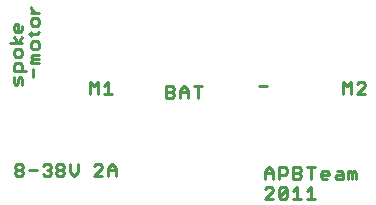
<source format=gto>
G75*
G70*
%OFA0B0*%
%FSLAX24Y24*%
%IPPOS*%
%LPD*%
%AMOC8*
5,1,8,0,0,1.08239X$1,22.5*
%
%ADD10C,0.0100*%
D10*
X001041Y004124D02*
X000974Y004191D01*
X000974Y004258D01*
X001041Y004324D01*
X001174Y004324D01*
X001241Y004258D01*
X001241Y004191D01*
X001174Y004124D01*
X001041Y004124D01*
X001041Y004324D02*
X000974Y004391D01*
X000974Y004458D01*
X001041Y004524D01*
X001174Y004524D01*
X001241Y004458D01*
X001241Y004391D01*
X001174Y004324D01*
X001434Y004324D02*
X001701Y004324D01*
X001895Y004191D02*
X001961Y004124D01*
X002095Y004124D01*
X002162Y004191D01*
X002162Y004258D01*
X002095Y004324D01*
X002028Y004324D01*
X002095Y004324D02*
X002162Y004391D01*
X002162Y004458D01*
X002095Y004524D01*
X001961Y004524D01*
X001895Y004458D01*
X002355Y004458D02*
X002355Y004391D01*
X002422Y004324D01*
X002555Y004324D01*
X002622Y004258D01*
X002622Y004191D01*
X002555Y004124D01*
X002422Y004124D01*
X002355Y004191D01*
X002355Y004258D01*
X002422Y004324D01*
X002555Y004324D02*
X002622Y004391D01*
X002622Y004458D01*
X002555Y004524D01*
X002422Y004524D01*
X002355Y004458D01*
X002816Y004524D02*
X002816Y004258D01*
X002949Y004124D01*
X003082Y004258D01*
X003082Y004524D01*
X003624Y004458D02*
X003691Y004524D01*
X003824Y004524D01*
X003891Y004458D01*
X003891Y004391D01*
X003624Y004124D01*
X003891Y004124D01*
X004084Y004124D02*
X004084Y004391D01*
X004218Y004524D01*
X004351Y004391D01*
X004351Y004124D01*
X004351Y004324D02*
X004084Y004324D01*
X006024Y006724D02*
X006224Y006724D01*
X006291Y006791D01*
X006291Y006858D01*
X006224Y006924D01*
X006024Y006924D01*
X006224Y006924D02*
X006291Y006991D01*
X006291Y007058D01*
X006224Y007124D01*
X006024Y007124D01*
X006024Y006724D01*
X006484Y006724D02*
X006484Y006991D01*
X006618Y007124D01*
X006751Y006991D01*
X006751Y006724D01*
X006751Y006924D02*
X006484Y006924D01*
X006945Y007124D02*
X007212Y007124D01*
X007078Y007124D02*
X007078Y006724D01*
X009124Y007124D02*
X009391Y007124D01*
X011924Y007274D02*
X011924Y006874D01*
X012191Y006874D02*
X012191Y007274D01*
X012058Y007141D01*
X011924Y007274D01*
X012384Y007208D02*
X012451Y007274D01*
X012585Y007274D01*
X012651Y007208D01*
X012651Y007141D01*
X012384Y006874D01*
X012651Y006874D01*
X010972Y004424D02*
X010705Y004424D01*
X010839Y004424D02*
X010839Y004024D01*
X010839Y003774D02*
X010839Y003374D01*
X010972Y003374D02*
X010705Y003374D01*
X010512Y003374D02*
X010245Y003374D01*
X010378Y003374D02*
X010378Y003774D01*
X010245Y003641D01*
X010051Y003708D02*
X009784Y003441D01*
X009851Y003374D01*
X009985Y003374D01*
X010051Y003441D01*
X010051Y003708D01*
X009985Y003774D01*
X009851Y003774D01*
X009784Y003708D01*
X009784Y003441D01*
X009591Y003374D02*
X009324Y003374D01*
X009591Y003641D01*
X009591Y003708D01*
X009524Y003774D01*
X009391Y003774D01*
X009324Y003708D01*
X009324Y004024D02*
X009324Y004291D01*
X009458Y004424D01*
X009591Y004291D01*
X009591Y004024D01*
X009784Y004024D02*
X009784Y004424D01*
X009985Y004424D01*
X010051Y004358D01*
X010051Y004224D01*
X009985Y004158D01*
X009784Y004158D01*
X009591Y004224D02*
X009324Y004224D01*
X010245Y004224D02*
X010445Y004224D01*
X010512Y004158D01*
X010512Y004091D01*
X010445Y004024D01*
X010245Y004024D01*
X010245Y004424D01*
X010445Y004424D01*
X010512Y004358D01*
X010512Y004291D01*
X010445Y004224D01*
X010839Y003774D02*
X010705Y003641D01*
X011166Y004091D02*
X011232Y004024D01*
X011366Y004024D01*
X011432Y004158D02*
X011166Y004158D01*
X011166Y004224D02*
X011166Y004091D01*
X011166Y004224D02*
X011232Y004291D01*
X011366Y004291D01*
X011432Y004224D01*
X011432Y004158D01*
X011626Y004091D02*
X011693Y004024D01*
X011893Y004024D01*
X011893Y004224D01*
X011826Y004291D01*
X011693Y004291D01*
X011693Y004158D02*
X011893Y004158D01*
X011693Y004158D02*
X011626Y004091D01*
X012086Y004024D02*
X012086Y004291D01*
X012153Y004291D01*
X012220Y004224D01*
X012286Y004291D01*
X012353Y004224D01*
X012353Y004024D01*
X012220Y004024D02*
X012220Y004224D01*
X004201Y006874D02*
X003934Y006874D01*
X004068Y006874D02*
X004068Y007274D01*
X003934Y007141D01*
X003741Y007274D02*
X003608Y007141D01*
X003474Y007274D01*
X003474Y006874D01*
X003741Y006874D02*
X003741Y007274D01*
X001774Y007884D02*
X001507Y007884D01*
X001507Y007951D01*
X001574Y008018D01*
X001507Y008085D01*
X001574Y008151D01*
X001774Y008151D01*
X001707Y008345D02*
X001774Y008411D01*
X001774Y008545D01*
X001707Y008612D01*
X001574Y008612D01*
X001507Y008545D01*
X001507Y008411D01*
X001574Y008345D01*
X001707Y008345D01*
X001774Y008018D02*
X001574Y008018D01*
X001574Y007691D02*
X001574Y007424D01*
X001358Y007634D02*
X000957Y007634D01*
X000957Y007835D01*
X001024Y007901D01*
X001157Y007901D01*
X001224Y007835D01*
X001224Y007634D01*
X001157Y007441D02*
X001091Y007374D01*
X001091Y007241D01*
X001024Y007174D01*
X000957Y007241D01*
X000957Y007441D01*
X001157Y007441D02*
X001224Y007374D01*
X001224Y007174D01*
X001157Y008095D02*
X001024Y008095D01*
X000957Y008161D01*
X000957Y008295D01*
X001024Y008362D01*
X001157Y008362D01*
X001224Y008295D01*
X001224Y008161D01*
X001157Y008095D01*
X001091Y008555D02*
X000957Y008755D01*
X001091Y008555D02*
X001224Y008755D01*
X001157Y008939D02*
X001024Y008939D01*
X000957Y009005D01*
X000957Y009139D01*
X001024Y009206D01*
X001091Y009206D01*
X001091Y008939D01*
X001157Y008939D02*
X001224Y009005D01*
X001224Y009139D01*
X001507Y009179D02*
X001507Y009312D01*
X001574Y009379D01*
X001707Y009379D01*
X001774Y009312D01*
X001774Y009179D01*
X001707Y009112D01*
X001574Y009112D01*
X001507Y009179D01*
X001507Y008939D02*
X001507Y008805D01*
X001441Y008872D02*
X001707Y008872D01*
X001774Y008939D01*
X001224Y008555D02*
X000824Y008555D01*
X001507Y009572D02*
X001774Y009572D01*
X001641Y009572D02*
X001507Y009706D01*
X001507Y009773D01*
M02*

</source>
